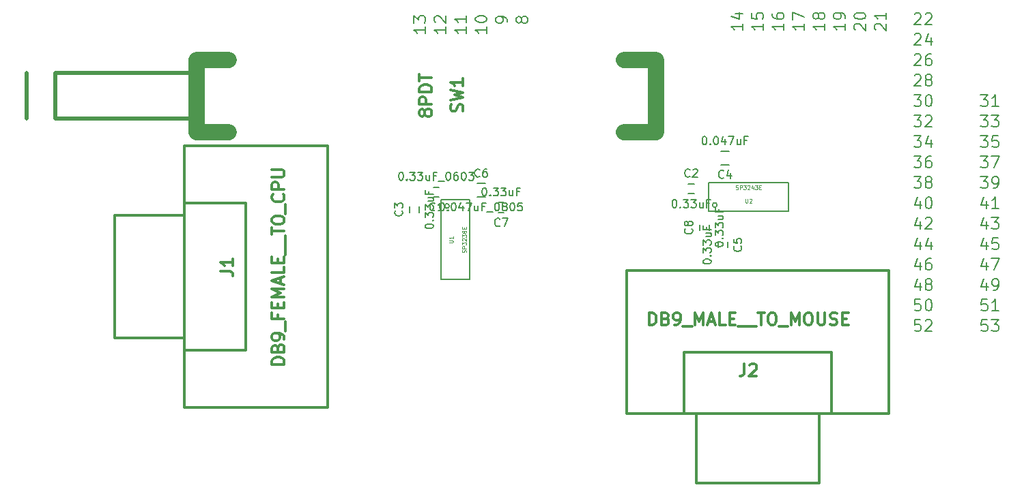
<source format=gto>
%FSLAX46Y46*%
G04 Gerber Fmt 4.6, Leading zero omitted, Abs format (unit mm)*
G04 Created by KiCad (PCBNEW (2014-10-27 BZR 5228)-product) date Fri 14 Nov 2014 06:43:38 PM PST*
%MOMM*%
G01*
G04 APERTURE LIST*
%ADD10C,0.100000*%
%ADD11C,0.170180*%
%ADD12C,0.150000*%
%ADD13C,0.304800*%
%ADD14C,0.127000*%
%ADD15C,0.500000*%
%ADD16C,1.998980*%
%ADD17C,0.099060*%
G04 APERTURE END LIST*
D10*
D11*
X132647267Y-84272967D02*
X132647267Y-85085767D01*
X132647267Y-84679367D02*
X131224867Y-84679367D01*
X131428067Y-84814833D01*
X131563533Y-84950300D01*
X131631267Y-85085767D01*
X132647267Y-82918300D02*
X132647267Y-83731100D01*
X132647267Y-83324700D02*
X131224867Y-83324700D01*
X131428067Y-83460166D01*
X131563533Y-83595633D01*
X131631267Y-83731100D01*
X139454467Y-83544833D02*
X139386733Y-83680300D01*
X139319000Y-83748033D01*
X139183533Y-83815767D01*
X139115800Y-83815767D01*
X138980333Y-83748033D01*
X138912600Y-83680300D01*
X138844867Y-83544833D01*
X138844867Y-83273900D01*
X138912600Y-83138433D01*
X138980333Y-83070700D01*
X139115800Y-83002967D01*
X139183533Y-83002967D01*
X139319000Y-83070700D01*
X139386733Y-83138433D01*
X139454467Y-83273900D01*
X139454467Y-83544833D01*
X139522200Y-83680300D01*
X139589933Y-83748033D01*
X139725400Y-83815767D01*
X139996333Y-83815767D01*
X140131800Y-83748033D01*
X140199533Y-83680300D01*
X140267267Y-83544833D01*
X140267267Y-83273900D01*
X140199533Y-83138433D01*
X140131800Y-83070700D01*
X139996333Y-83002967D01*
X139725400Y-83002967D01*
X139589933Y-83070700D01*
X139522200Y-83138433D01*
X139454467Y-83273900D01*
X137727267Y-83680300D02*
X137727267Y-83409367D01*
X137659533Y-83273900D01*
X137591800Y-83206167D01*
X137388600Y-83070700D01*
X137117667Y-83002967D01*
X136575800Y-83002967D01*
X136440333Y-83070700D01*
X136372600Y-83138433D01*
X136304867Y-83273900D01*
X136304867Y-83544833D01*
X136372600Y-83680300D01*
X136440333Y-83748033D01*
X136575800Y-83815767D01*
X136914467Y-83815767D01*
X137049933Y-83748033D01*
X137117667Y-83680300D01*
X137185400Y-83544833D01*
X137185400Y-83273900D01*
X137117667Y-83138433D01*
X137049933Y-83070700D01*
X136914467Y-83002967D01*
X135187267Y-84272967D02*
X135187267Y-85085767D01*
X135187267Y-84679367D02*
X133764867Y-84679367D01*
X133968067Y-84814833D01*
X134103533Y-84950300D01*
X134171267Y-85085767D01*
X133764867Y-83392433D02*
X133764867Y-83256966D01*
X133832600Y-83121500D01*
X133900333Y-83053766D01*
X134035800Y-82986033D01*
X134306733Y-82918300D01*
X134645400Y-82918300D01*
X134916333Y-82986033D01*
X135051800Y-83053766D01*
X135119533Y-83121500D01*
X135187267Y-83256966D01*
X135187267Y-83392433D01*
X135119533Y-83527900D01*
X135051800Y-83595633D01*
X134916333Y-83663366D01*
X134645400Y-83731100D01*
X134306733Y-83731100D01*
X134035800Y-83663366D01*
X133900333Y-83595633D01*
X133832600Y-83527900D01*
X133764867Y-83392433D01*
X130107267Y-84272967D02*
X130107267Y-85085767D01*
X130107267Y-84679367D02*
X128684867Y-84679367D01*
X128888067Y-84814833D01*
X129023533Y-84950300D01*
X129091267Y-85085767D01*
X128820333Y-83731100D02*
X128752600Y-83663366D01*
X128684867Y-83527900D01*
X128684867Y-83189233D01*
X128752600Y-83053766D01*
X128820333Y-82986033D01*
X128955800Y-82918300D01*
X129091267Y-82918300D01*
X129294467Y-82986033D01*
X130107267Y-83798833D01*
X130107267Y-82918300D01*
X127567267Y-84272967D02*
X127567267Y-85085767D01*
X127567267Y-84679367D02*
X126144867Y-84679367D01*
X126348067Y-84814833D01*
X126483533Y-84950300D01*
X126551267Y-85085767D01*
X126144867Y-83798833D02*
X126144867Y-82918300D01*
X126686733Y-83392433D01*
X126686733Y-83189233D01*
X126754467Y-83053766D01*
X126822200Y-82986033D01*
X126957667Y-82918300D01*
X127296333Y-82918300D01*
X127431800Y-82986033D01*
X127499533Y-83053766D01*
X127567267Y-83189233D01*
X127567267Y-83595633D01*
X127499533Y-83731100D01*
X127431800Y-83798833D01*
X166937267Y-83891967D02*
X166937267Y-84704767D01*
X166937267Y-84298367D02*
X165514867Y-84298367D01*
X165718067Y-84433833D01*
X165853533Y-84569300D01*
X165921267Y-84704767D01*
X165989000Y-82672766D02*
X166937267Y-82672766D01*
X165447133Y-83011433D02*
X166463133Y-83350100D01*
X166463133Y-82469566D01*
X169477267Y-83891967D02*
X169477267Y-84704767D01*
X169477267Y-84298367D02*
X168054867Y-84298367D01*
X168258067Y-84433833D01*
X168393533Y-84569300D01*
X168461267Y-84704767D01*
X168054867Y-82605033D02*
X168054867Y-83282366D01*
X168732200Y-83350100D01*
X168664467Y-83282366D01*
X168596733Y-83146900D01*
X168596733Y-82808233D01*
X168664467Y-82672766D01*
X168732200Y-82605033D01*
X168867667Y-82537300D01*
X169206333Y-82537300D01*
X169341800Y-82605033D01*
X169409533Y-82672766D01*
X169477267Y-82808233D01*
X169477267Y-83146900D01*
X169409533Y-83282366D01*
X169341800Y-83350100D01*
X172017267Y-83891967D02*
X172017267Y-84704767D01*
X172017267Y-84298367D02*
X170594867Y-84298367D01*
X170798067Y-84433833D01*
X170933533Y-84569300D01*
X171001267Y-84704767D01*
X170594867Y-82672766D02*
X170594867Y-82943700D01*
X170662600Y-83079166D01*
X170730333Y-83146900D01*
X170933533Y-83282366D01*
X171204467Y-83350100D01*
X171746333Y-83350100D01*
X171881800Y-83282366D01*
X171949533Y-83214633D01*
X172017267Y-83079166D01*
X172017267Y-82808233D01*
X171949533Y-82672766D01*
X171881800Y-82605033D01*
X171746333Y-82537300D01*
X171407667Y-82537300D01*
X171272200Y-82605033D01*
X171204467Y-82672766D01*
X171136733Y-82808233D01*
X171136733Y-83079166D01*
X171204467Y-83214633D01*
X171272200Y-83282366D01*
X171407667Y-83350100D01*
X174557267Y-83891967D02*
X174557267Y-84704767D01*
X174557267Y-84298367D02*
X173134867Y-84298367D01*
X173338067Y-84433833D01*
X173473533Y-84569300D01*
X173541267Y-84704767D01*
X173134867Y-83417833D02*
X173134867Y-82469566D01*
X174557267Y-83079166D01*
X177097267Y-83891967D02*
X177097267Y-84704767D01*
X177097267Y-84298367D02*
X175674867Y-84298367D01*
X175878067Y-84433833D01*
X176013533Y-84569300D01*
X176081267Y-84704767D01*
X176284467Y-83079166D02*
X176216733Y-83214633D01*
X176149000Y-83282366D01*
X176013533Y-83350100D01*
X175945800Y-83350100D01*
X175810333Y-83282366D01*
X175742600Y-83214633D01*
X175674867Y-83079166D01*
X175674867Y-82808233D01*
X175742600Y-82672766D01*
X175810333Y-82605033D01*
X175945800Y-82537300D01*
X176013533Y-82537300D01*
X176149000Y-82605033D01*
X176216733Y-82672766D01*
X176284467Y-82808233D01*
X176284467Y-83079166D01*
X176352200Y-83214633D01*
X176419933Y-83282366D01*
X176555400Y-83350100D01*
X176826333Y-83350100D01*
X176961800Y-83282366D01*
X177029533Y-83214633D01*
X177097267Y-83079166D01*
X177097267Y-82808233D01*
X177029533Y-82672766D01*
X176961800Y-82605033D01*
X176826333Y-82537300D01*
X176555400Y-82537300D01*
X176419933Y-82605033D01*
X176352200Y-82672766D01*
X176284467Y-82808233D01*
X179637267Y-83891967D02*
X179637267Y-84704767D01*
X179637267Y-84298367D02*
X178214867Y-84298367D01*
X178418067Y-84433833D01*
X178553533Y-84569300D01*
X178621267Y-84704767D01*
X179637267Y-83214633D02*
X179637267Y-82943700D01*
X179569533Y-82808233D01*
X179501800Y-82740500D01*
X179298600Y-82605033D01*
X179027667Y-82537300D01*
X178485800Y-82537300D01*
X178350333Y-82605033D01*
X178282600Y-82672766D01*
X178214867Y-82808233D01*
X178214867Y-83079166D01*
X178282600Y-83214633D01*
X178350333Y-83282366D01*
X178485800Y-83350100D01*
X178824467Y-83350100D01*
X178959933Y-83282366D01*
X179027667Y-83214633D01*
X179095400Y-83079166D01*
X179095400Y-82808233D01*
X179027667Y-82672766D01*
X178959933Y-82605033D01*
X178824467Y-82537300D01*
X180890333Y-84704767D02*
X180822600Y-84637033D01*
X180754867Y-84501567D01*
X180754867Y-84162900D01*
X180822600Y-84027433D01*
X180890333Y-83959700D01*
X181025800Y-83891967D01*
X181161267Y-83891967D01*
X181364467Y-83959700D01*
X182177267Y-84772500D01*
X182177267Y-83891967D01*
X180754867Y-83011433D02*
X180754867Y-82875966D01*
X180822600Y-82740500D01*
X180890333Y-82672766D01*
X181025800Y-82605033D01*
X181296733Y-82537300D01*
X181635400Y-82537300D01*
X181906333Y-82605033D01*
X182041800Y-82672766D01*
X182109533Y-82740500D01*
X182177267Y-82875966D01*
X182177267Y-83011433D01*
X182109533Y-83146900D01*
X182041800Y-83214633D01*
X181906333Y-83282366D01*
X181635400Y-83350100D01*
X181296733Y-83350100D01*
X181025800Y-83282366D01*
X180890333Y-83214633D01*
X180822600Y-83146900D01*
X180754867Y-83011433D01*
X183430333Y-84704767D02*
X183362600Y-84637033D01*
X183294867Y-84501567D01*
X183294867Y-84162900D01*
X183362600Y-84027433D01*
X183430333Y-83959700D01*
X183565800Y-83891967D01*
X183701267Y-83891967D01*
X183904467Y-83959700D01*
X184717267Y-84772500D01*
X184717267Y-83891967D01*
X184717267Y-82537300D02*
X184717267Y-83350100D01*
X184717267Y-82943700D02*
X183294867Y-82943700D01*
X183498067Y-83079166D01*
X183633533Y-83214633D01*
X183701267Y-83350100D01*
X188230933Y-82732033D02*
X188298667Y-82664300D01*
X188434133Y-82596567D01*
X188772800Y-82596567D01*
X188908267Y-82664300D01*
X188976000Y-82732033D01*
X189043733Y-82867500D01*
X189043733Y-83002967D01*
X188976000Y-83206167D01*
X188163200Y-84018967D01*
X189043733Y-84018967D01*
X189585600Y-82732033D02*
X189653334Y-82664300D01*
X189788800Y-82596567D01*
X190127467Y-82596567D01*
X190262934Y-82664300D01*
X190330667Y-82732033D01*
X190398400Y-82867500D01*
X190398400Y-83002967D01*
X190330667Y-83206167D01*
X189517867Y-84018967D01*
X190398400Y-84018967D01*
X188230933Y-85272033D02*
X188298667Y-85204300D01*
X188434133Y-85136567D01*
X188772800Y-85136567D01*
X188908267Y-85204300D01*
X188976000Y-85272033D01*
X189043733Y-85407500D01*
X189043733Y-85542967D01*
X188976000Y-85746167D01*
X188163200Y-86558967D01*
X189043733Y-86558967D01*
X190262934Y-85610700D02*
X190262934Y-86558967D01*
X189924267Y-85068833D02*
X189585600Y-86084833D01*
X190466134Y-86084833D01*
X188230933Y-87812033D02*
X188298667Y-87744300D01*
X188434133Y-87676567D01*
X188772800Y-87676567D01*
X188908267Y-87744300D01*
X188976000Y-87812033D01*
X189043733Y-87947500D01*
X189043733Y-88082967D01*
X188976000Y-88286167D01*
X188163200Y-89098967D01*
X189043733Y-89098967D01*
X190262934Y-87676567D02*
X189992000Y-87676567D01*
X189856534Y-87744300D01*
X189788800Y-87812033D01*
X189653334Y-88015233D01*
X189585600Y-88286167D01*
X189585600Y-88828033D01*
X189653334Y-88963500D01*
X189721067Y-89031233D01*
X189856534Y-89098967D01*
X190127467Y-89098967D01*
X190262934Y-89031233D01*
X190330667Y-88963500D01*
X190398400Y-88828033D01*
X190398400Y-88489367D01*
X190330667Y-88353900D01*
X190262934Y-88286167D01*
X190127467Y-88218433D01*
X189856534Y-88218433D01*
X189721067Y-88286167D01*
X189653334Y-88353900D01*
X189585600Y-88489367D01*
X188230933Y-90352033D02*
X188298667Y-90284300D01*
X188434133Y-90216567D01*
X188772800Y-90216567D01*
X188908267Y-90284300D01*
X188976000Y-90352033D01*
X189043733Y-90487500D01*
X189043733Y-90622967D01*
X188976000Y-90826167D01*
X188163200Y-91638967D01*
X189043733Y-91638967D01*
X189856534Y-90826167D02*
X189721067Y-90758433D01*
X189653334Y-90690700D01*
X189585600Y-90555233D01*
X189585600Y-90487500D01*
X189653334Y-90352033D01*
X189721067Y-90284300D01*
X189856534Y-90216567D01*
X190127467Y-90216567D01*
X190262934Y-90284300D01*
X190330667Y-90352033D01*
X190398400Y-90487500D01*
X190398400Y-90555233D01*
X190330667Y-90690700D01*
X190262934Y-90758433D01*
X190127467Y-90826167D01*
X189856534Y-90826167D01*
X189721067Y-90893900D01*
X189653334Y-90961633D01*
X189585600Y-91097100D01*
X189585600Y-91368033D01*
X189653334Y-91503500D01*
X189721067Y-91571233D01*
X189856534Y-91638967D01*
X190127467Y-91638967D01*
X190262934Y-91571233D01*
X190330667Y-91503500D01*
X190398400Y-91368033D01*
X190398400Y-91097100D01*
X190330667Y-90961633D01*
X190262934Y-90893900D01*
X190127467Y-90826167D01*
X188163200Y-92756567D02*
X189043733Y-92756567D01*
X188569600Y-93298433D01*
X188772800Y-93298433D01*
X188908267Y-93366167D01*
X188976000Y-93433900D01*
X189043733Y-93569367D01*
X189043733Y-93908033D01*
X188976000Y-94043500D01*
X188908267Y-94111233D01*
X188772800Y-94178967D01*
X188366400Y-94178967D01*
X188230933Y-94111233D01*
X188163200Y-94043500D01*
X189924267Y-92756567D02*
X190059734Y-92756567D01*
X190195200Y-92824300D01*
X190262934Y-92892033D01*
X190330667Y-93027500D01*
X190398400Y-93298433D01*
X190398400Y-93637100D01*
X190330667Y-93908033D01*
X190262934Y-94043500D01*
X190195200Y-94111233D01*
X190059734Y-94178967D01*
X189924267Y-94178967D01*
X189788800Y-94111233D01*
X189721067Y-94043500D01*
X189653334Y-93908033D01*
X189585600Y-93637100D01*
X189585600Y-93298433D01*
X189653334Y-93027500D01*
X189721067Y-92892033D01*
X189788800Y-92824300D01*
X189924267Y-92756567D01*
X196418200Y-92756567D02*
X197298733Y-92756567D01*
X196824600Y-93298433D01*
X197027800Y-93298433D01*
X197163267Y-93366167D01*
X197231000Y-93433900D01*
X197298733Y-93569367D01*
X197298733Y-93908033D01*
X197231000Y-94043500D01*
X197163267Y-94111233D01*
X197027800Y-94178967D01*
X196621400Y-94178967D01*
X196485933Y-94111233D01*
X196418200Y-94043500D01*
X198653400Y-94178967D02*
X197840600Y-94178967D01*
X198247000Y-94178967D02*
X198247000Y-92756567D01*
X198111534Y-92959767D01*
X197976067Y-93095233D01*
X197840600Y-93162967D01*
X188163200Y-95296567D02*
X189043733Y-95296567D01*
X188569600Y-95838433D01*
X188772800Y-95838433D01*
X188908267Y-95906167D01*
X188976000Y-95973900D01*
X189043733Y-96109367D01*
X189043733Y-96448033D01*
X188976000Y-96583500D01*
X188908267Y-96651233D01*
X188772800Y-96718967D01*
X188366400Y-96718967D01*
X188230933Y-96651233D01*
X188163200Y-96583500D01*
X189585600Y-95432033D02*
X189653334Y-95364300D01*
X189788800Y-95296567D01*
X190127467Y-95296567D01*
X190262934Y-95364300D01*
X190330667Y-95432033D01*
X190398400Y-95567500D01*
X190398400Y-95702967D01*
X190330667Y-95906167D01*
X189517867Y-96718967D01*
X190398400Y-96718967D01*
X196418200Y-95296567D02*
X197298733Y-95296567D01*
X196824600Y-95838433D01*
X197027800Y-95838433D01*
X197163267Y-95906167D01*
X197231000Y-95973900D01*
X197298733Y-96109367D01*
X197298733Y-96448033D01*
X197231000Y-96583500D01*
X197163267Y-96651233D01*
X197027800Y-96718967D01*
X196621400Y-96718967D01*
X196485933Y-96651233D01*
X196418200Y-96583500D01*
X197772867Y-95296567D02*
X198653400Y-95296567D01*
X198179267Y-95838433D01*
X198382467Y-95838433D01*
X198517934Y-95906167D01*
X198585667Y-95973900D01*
X198653400Y-96109367D01*
X198653400Y-96448033D01*
X198585667Y-96583500D01*
X198517934Y-96651233D01*
X198382467Y-96718967D01*
X197976067Y-96718967D01*
X197840600Y-96651233D01*
X197772867Y-96583500D01*
X188163200Y-97836567D02*
X189043733Y-97836567D01*
X188569600Y-98378433D01*
X188772800Y-98378433D01*
X188908267Y-98446167D01*
X188976000Y-98513900D01*
X189043733Y-98649367D01*
X189043733Y-98988033D01*
X188976000Y-99123500D01*
X188908267Y-99191233D01*
X188772800Y-99258967D01*
X188366400Y-99258967D01*
X188230933Y-99191233D01*
X188163200Y-99123500D01*
X190262934Y-98310700D02*
X190262934Y-99258967D01*
X189924267Y-97768833D02*
X189585600Y-98784833D01*
X190466134Y-98784833D01*
X196418200Y-97836567D02*
X197298733Y-97836567D01*
X196824600Y-98378433D01*
X197027800Y-98378433D01*
X197163267Y-98446167D01*
X197231000Y-98513900D01*
X197298733Y-98649367D01*
X197298733Y-98988033D01*
X197231000Y-99123500D01*
X197163267Y-99191233D01*
X197027800Y-99258967D01*
X196621400Y-99258967D01*
X196485933Y-99191233D01*
X196418200Y-99123500D01*
X198585667Y-97836567D02*
X197908334Y-97836567D01*
X197840600Y-98513900D01*
X197908334Y-98446167D01*
X198043800Y-98378433D01*
X198382467Y-98378433D01*
X198517934Y-98446167D01*
X198585667Y-98513900D01*
X198653400Y-98649367D01*
X198653400Y-98988033D01*
X198585667Y-99123500D01*
X198517934Y-99191233D01*
X198382467Y-99258967D01*
X198043800Y-99258967D01*
X197908334Y-99191233D01*
X197840600Y-99123500D01*
X188163200Y-100376567D02*
X189043733Y-100376567D01*
X188569600Y-100918433D01*
X188772800Y-100918433D01*
X188908267Y-100986167D01*
X188976000Y-101053900D01*
X189043733Y-101189367D01*
X189043733Y-101528033D01*
X188976000Y-101663500D01*
X188908267Y-101731233D01*
X188772800Y-101798967D01*
X188366400Y-101798967D01*
X188230933Y-101731233D01*
X188163200Y-101663500D01*
X190262934Y-100376567D02*
X189992000Y-100376567D01*
X189856534Y-100444300D01*
X189788800Y-100512033D01*
X189653334Y-100715233D01*
X189585600Y-100986167D01*
X189585600Y-101528033D01*
X189653334Y-101663500D01*
X189721067Y-101731233D01*
X189856534Y-101798967D01*
X190127467Y-101798967D01*
X190262934Y-101731233D01*
X190330667Y-101663500D01*
X190398400Y-101528033D01*
X190398400Y-101189367D01*
X190330667Y-101053900D01*
X190262934Y-100986167D01*
X190127467Y-100918433D01*
X189856534Y-100918433D01*
X189721067Y-100986167D01*
X189653334Y-101053900D01*
X189585600Y-101189367D01*
X196418200Y-100376567D02*
X197298733Y-100376567D01*
X196824600Y-100918433D01*
X197027800Y-100918433D01*
X197163267Y-100986167D01*
X197231000Y-101053900D01*
X197298733Y-101189367D01*
X197298733Y-101528033D01*
X197231000Y-101663500D01*
X197163267Y-101731233D01*
X197027800Y-101798967D01*
X196621400Y-101798967D01*
X196485933Y-101731233D01*
X196418200Y-101663500D01*
X197772867Y-100376567D02*
X198721134Y-100376567D01*
X198111534Y-101798967D01*
X188163200Y-102916567D02*
X189043733Y-102916567D01*
X188569600Y-103458433D01*
X188772800Y-103458433D01*
X188908267Y-103526167D01*
X188976000Y-103593900D01*
X189043733Y-103729367D01*
X189043733Y-104068033D01*
X188976000Y-104203500D01*
X188908267Y-104271233D01*
X188772800Y-104338967D01*
X188366400Y-104338967D01*
X188230933Y-104271233D01*
X188163200Y-104203500D01*
X189856534Y-103526167D02*
X189721067Y-103458433D01*
X189653334Y-103390700D01*
X189585600Y-103255233D01*
X189585600Y-103187500D01*
X189653334Y-103052033D01*
X189721067Y-102984300D01*
X189856534Y-102916567D01*
X190127467Y-102916567D01*
X190262934Y-102984300D01*
X190330667Y-103052033D01*
X190398400Y-103187500D01*
X190398400Y-103255233D01*
X190330667Y-103390700D01*
X190262934Y-103458433D01*
X190127467Y-103526167D01*
X189856534Y-103526167D01*
X189721067Y-103593900D01*
X189653334Y-103661633D01*
X189585600Y-103797100D01*
X189585600Y-104068033D01*
X189653334Y-104203500D01*
X189721067Y-104271233D01*
X189856534Y-104338967D01*
X190127467Y-104338967D01*
X190262934Y-104271233D01*
X190330667Y-104203500D01*
X190398400Y-104068033D01*
X190398400Y-103797100D01*
X190330667Y-103661633D01*
X190262934Y-103593900D01*
X190127467Y-103526167D01*
X196418200Y-102916567D02*
X197298733Y-102916567D01*
X196824600Y-103458433D01*
X197027800Y-103458433D01*
X197163267Y-103526167D01*
X197231000Y-103593900D01*
X197298733Y-103729367D01*
X197298733Y-104068033D01*
X197231000Y-104203500D01*
X197163267Y-104271233D01*
X197027800Y-104338967D01*
X196621400Y-104338967D01*
X196485933Y-104271233D01*
X196418200Y-104203500D01*
X197976067Y-104338967D02*
X198247000Y-104338967D01*
X198382467Y-104271233D01*
X198450200Y-104203500D01*
X198585667Y-104000300D01*
X198653400Y-103729367D01*
X198653400Y-103187500D01*
X198585667Y-103052033D01*
X198517934Y-102984300D01*
X198382467Y-102916567D01*
X198111534Y-102916567D01*
X197976067Y-102984300D01*
X197908334Y-103052033D01*
X197840600Y-103187500D01*
X197840600Y-103526167D01*
X197908334Y-103661633D01*
X197976067Y-103729367D01*
X198111534Y-103797100D01*
X198382467Y-103797100D01*
X198517934Y-103729367D01*
X198585667Y-103661633D01*
X198653400Y-103526167D01*
X197163267Y-105930700D02*
X197163267Y-106878967D01*
X196824600Y-105388833D02*
X196485933Y-106404833D01*
X197366467Y-106404833D01*
X198653400Y-106878967D02*
X197840600Y-106878967D01*
X198247000Y-106878967D02*
X198247000Y-105456567D01*
X198111534Y-105659767D01*
X197976067Y-105795233D01*
X197840600Y-105862967D01*
X188908267Y-105930700D02*
X188908267Y-106878967D01*
X188569600Y-105388833D02*
X188230933Y-106404833D01*
X189111467Y-106404833D01*
X189924267Y-105456567D02*
X190059734Y-105456567D01*
X190195200Y-105524300D01*
X190262934Y-105592033D01*
X190330667Y-105727500D01*
X190398400Y-105998433D01*
X190398400Y-106337100D01*
X190330667Y-106608033D01*
X190262934Y-106743500D01*
X190195200Y-106811233D01*
X190059734Y-106878967D01*
X189924267Y-106878967D01*
X189788800Y-106811233D01*
X189721067Y-106743500D01*
X189653334Y-106608033D01*
X189585600Y-106337100D01*
X189585600Y-105998433D01*
X189653334Y-105727500D01*
X189721067Y-105592033D01*
X189788800Y-105524300D01*
X189924267Y-105456567D01*
X197163267Y-108470700D02*
X197163267Y-109418967D01*
X196824600Y-107928833D02*
X196485933Y-108944833D01*
X197366467Y-108944833D01*
X197772867Y-107996567D02*
X198653400Y-107996567D01*
X198179267Y-108538433D01*
X198382467Y-108538433D01*
X198517934Y-108606167D01*
X198585667Y-108673900D01*
X198653400Y-108809367D01*
X198653400Y-109148033D01*
X198585667Y-109283500D01*
X198517934Y-109351233D01*
X198382467Y-109418967D01*
X197976067Y-109418967D01*
X197840600Y-109351233D01*
X197772867Y-109283500D01*
X188908267Y-108470700D02*
X188908267Y-109418967D01*
X188569600Y-107928833D02*
X188230933Y-108944833D01*
X189111467Y-108944833D01*
X189585600Y-108132033D02*
X189653334Y-108064300D01*
X189788800Y-107996567D01*
X190127467Y-107996567D01*
X190262934Y-108064300D01*
X190330667Y-108132033D01*
X190398400Y-108267500D01*
X190398400Y-108402967D01*
X190330667Y-108606167D01*
X189517867Y-109418967D01*
X190398400Y-109418967D01*
X197163267Y-111010700D02*
X197163267Y-111958967D01*
X196824600Y-110468833D02*
X196485933Y-111484833D01*
X197366467Y-111484833D01*
X198585667Y-110536567D02*
X197908334Y-110536567D01*
X197840600Y-111213900D01*
X197908334Y-111146167D01*
X198043800Y-111078433D01*
X198382467Y-111078433D01*
X198517934Y-111146167D01*
X198585667Y-111213900D01*
X198653400Y-111349367D01*
X198653400Y-111688033D01*
X198585667Y-111823500D01*
X198517934Y-111891233D01*
X198382467Y-111958967D01*
X198043800Y-111958967D01*
X197908334Y-111891233D01*
X197840600Y-111823500D01*
X197163267Y-113550700D02*
X197163267Y-114498967D01*
X196824600Y-113008833D02*
X196485933Y-114024833D01*
X197366467Y-114024833D01*
X197772867Y-113076567D02*
X198721134Y-113076567D01*
X198111534Y-114498967D01*
X197163267Y-116090700D02*
X197163267Y-117038967D01*
X196824600Y-115548833D02*
X196485933Y-116564833D01*
X197366467Y-116564833D01*
X197976067Y-117038967D02*
X198247000Y-117038967D01*
X198382467Y-116971233D01*
X198450200Y-116903500D01*
X198585667Y-116700300D01*
X198653400Y-116429367D01*
X198653400Y-115887500D01*
X198585667Y-115752033D01*
X198517934Y-115684300D01*
X198382467Y-115616567D01*
X198111534Y-115616567D01*
X197976067Y-115684300D01*
X197908334Y-115752033D01*
X197840600Y-115887500D01*
X197840600Y-116226167D01*
X197908334Y-116361633D01*
X197976067Y-116429367D01*
X198111534Y-116497100D01*
X198382467Y-116497100D01*
X198517934Y-116429367D01*
X198585667Y-116361633D01*
X198653400Y-116226167D01*
X197231000Y-118156567D02*
X196553667Y-118156567D01*
X196485933Y-118833900D01*
X196553667Y-118766167D01*
X196689133Y-118698433D01*
X197027800Y-118698433D01*
X197163267Y-118766167D01*
X197231000Y-118833900D01*
X197298733Y-118969367D01*
X197298733Y-119308033D01*
X197231000Y-119443500D01*
X197163267Y-119511233D01*
X197027800Y-119578967D01*
X196689133Y-119578967D01*
X196553667Y-119511233D01*
X196485933Y-119443500D01*
X198653400Y-119578967D02*
X197840600Y-119578967D01*
X198247000Y-119578967D02*
X198247000Y-118156567D01*
X198111534Y-118359767D01*
X197976067Y-118495233D01*
X197840600Y-118562967D01*
X188908267Y-111010700D02*
X188908267Y-111958967D01*
X188569600Y-110468833D02*
X188230933Y-111484833D01*
X189111467Y-111484833D01*
X190262934Y-111010700D02*
X190262934Y-111958967D01*
X189924267Y-110468833D02*
X189585600Y-111484833D01*
X190466134Y-111484833D01*
X188908267Y-113550700D02*
X188908267Y-114498967D01*
X188569600Y-113008833D02*
X188230933Y-114024833D01*
X189111467Y-114024833D01*
X190262934Y-113076567D02*
X189992000Y-113076567D01*
X189856534Y-113144300D01*
X189788800Y-113212033D01*
X189653334Y-113415233D01*
X189585600Y-113686167D01*
X189585600Y-114228033D01*
X189653334Y-114363500D01*
X189721067Y-114431233D01*
X189856534Y-114498967D01*
X190127467Y-114498967D01*
X190262934Y-114431233D01*
X190330667Y-114363500D01*
X190398400Y-114228033D01*
X190398400Y-113889367D01*
X190330667Y-113753900D01*
X190262934Y-113686167D01*
X190127467Y-113618433D01*
X189856534Y-113618433D01*
X189721067Y-113686167D01*
X189653334Y-113753900D01*
X189585600Y-113889367D01*
X188976000Y-118156567D02*
X188298667Y-118156567D01*
X188230933Y-118833900D01*
X188298667Y-118766167D01*
X188434133Y-118698433D01*
X188772800Y-118698433D01*
X188908267Y-118766167D01*
X188976000Y-118833900D01*
X189043733Y-118969367D01*
X189043733Y-119308033D01*
X188976000Y-119443500D01*
X188908267Y-119511233D01*
X188772800Y-119578967D01*
X188434133Y-119578967D01*
X188298667Y-119511233D01*
X188230933Y-119443500D01*
X189924267Y-118156567D02*
X190059734Y-118156567D01*
X190195200Y-118224300D01*
X190262934Y-118292033D01*
X190330667Y-118427500D01*
X190398400Y-118698433D01*
X190398400Y-119037100D01*
X190330667Y-119308033D01*
X190262934Y-119443500D01*
X190195200Y-119511233D01*
X190059734Y-119578967D01*
X189924267Y-119578967D01*
X189788800Y-119511233D01*
X189721067Y-119443500D01*
X189653334Y-119308033D01*
X189585600Y-119037100D01*
X189585600Y-118698433D01*
X189653334Y-118427500D01*
X189721067Y-118292033D01*
X189788800Y-118224300D01*
X189924267Y-118156567D01*
X188908267Y-116090700D02*
X188908267Y-117038967D01*
X188569600Y-115548833D02*
X188230933Y-116564833D01*
X189111467Y-116564833D01*
X189856534Y-116226167D02*
X189721067Y-116158433D01*
X189653334Y-116090700D01*
X189585600Y-115955233D01*
X189585600Y-115887500D01*
X189653334Y-115752033D01*
X189721067Y-115684300D01*
X189856534Y-115616567D01*
X190127467Y-115616567D01*
X190262934Y-115684300D01*
X190330667Y-115752033D01*
X190398400Y-115887500D01*
X190398400Y-115955233D01*
X190330667Y-116090700D01*
X190262934Y-116158433D01*
X190127467Y-116226167D01*
X189856534Y-116226167D01*
X189721067Y-116293900D01*
X189653334Y-116361633D01*
X189585600Y-116497100D01*
X189585600Y-116768033D01*
X189653334Y-116903500D01*
X189721067Y-116971233D01*
X189856534Y-117038967D01*
X190127467Y-117038967D01*
X190262934Y-116971233D01*
X190330667Y-116903500D01*
X190398400Y-116768033D01*
X190398400Y-116497100D01*
X190330667Y-116361633D01*
X190262934Y-116293900D01*
X190127467Y-116226167D01*
X197231000Y-120696567D02*
X196553667Y-120696567D01*
X196485933Y-121373900D01*
X196553667Y-121306167D01*
X196689133Y-121238433D01*
X197027800Y-121238433D01*
X197163267Y-121306167D01*
X197231000Y-121373900D01*
X197298733Y-121509367D01*
X197298733Y-121848033D01*
X197231000Y-121983500D01*
X197163267Y-122051233D01*
X197027800Y-122118967D01*
X196689133Y-122118967D01*
X196553667Y-122051233D01*
X196485933Y-121983500D01*
X197772867Y-120696567D02*
X198653400Y-120696567D01*
X198179267Y-121238433D01*
X198382467Y-121238433D01*
X198517934Y-121306167D01*
X198585667Y-121373900D01*
X198653400Y-121509367D01*
X198653400Y-121848033D01*
X198585667Y-121983500D01*
X198517934Y-122051233D01*
X198382467Y-122118967D01*
X197976067Y-122118967D01*
X197840600Y-122051233D01*
X197772867Y-121983500D01*
X188976000Y-120696567D02*
X188298667Y-120696567D01*
X188230933Y-121373900D01*
X188298667Y-121306167D01*
X188434133Y-121238433D01*
X188772800Y-121238433D01*
X188908267Y-121306167D01*
X188976000Y-121373900D01*
X189043733Y-121509367D01*
X189043733Y-121848033D01*
X188976000Y-121983500D01*
X188908267Y-122051233D01*
X188772800Y-122118967D01*
X188434133Y-122118967D01*
X188298667Y-122051233D01*
X188230933Y-121983500D01*
X189585600Y-120832033D02*
X189653334Y-120764300D01*
X189788800Y-120696567D01*
X190127467Y-120696567D01*
X190262934Y-120764300D01*
X190330667Y-120832033D01*
X190398400Y-120967500D01*
X190398400Y-121102967D01*
X190330667Y-121306167D01*
X189517867Y-122118967D01*
X190398400Y-122118967D01*
D12*
X129255000Y-105400000D02*
X128555000Y-105400000D01*
X128555000Y-104200000D02*
X129255000Y-104200000D01*
X160178000Y-103794000D02*
X160878000Y-103794000D01*
X160878000Y-104994000D02*
X160178000Y-104994000D01*
X125587000Y-107335000D02*
X125587000Y-106635000D01*
X126787000Y-106635000D02*
X126787000Y-107335000D01*
X164219000Y-101409000D02*
X165219000Y-101409000D01*
X165219000Y-99709000D02*
X164219000Y-99709000D01*
X165040000Y-111029000D02*
X165040000Y-111729000D01*
X163840000Y-111729000D02*
X163840000Y-111029000D01*
X134968000Y-103747000D02*
X133968000Y-103747000D01*
X133968000Y-105447000D02*
X134968000Y-105447000D01*
X137307000Y-107331000D02*
X136607000Y-107331000D01*
X136607000Y-106131000D02*
X137307000Y-106131000D01*
X161554000Y-109570000D02*
X161554000Y-108870000D01*
X162754000Y-108870000D02*
X162754000Y-109570000D01*
D13*
X115468000Y-131547000D02*
X115468000Y-99035000D01*
X115468000Y-99035000D02*
X97688000Y-99035000D01*
X97688000Y-99035000D02*
X97688000Y-131547000D01*
X97688000Y-131547000D02*
X115468000Y-131547000D01*
X97688000Y-124435000D02*
X105308000Y-124435000D01*
X105308000Y-124435000D02*
X105308000Y-106147000D01*
X105308000Y-106147000D02*
X97688000Y-106147000D01*
X97688000Y-122911000D02*
X89052000Y-122911000D01*
X89052000Y-122911000D02*
X89052000Y-107671000D01*
X89052000Y-107671000D02*
X97688000Y-107671000D01*
X185039000Y-114554000D02*
X152527000Y-114554000D01*
X152527000Y-114554000D02*
X152527000Y-132334000D01*
X152527000Y-132334000D02*
X185039000Y-132334000D01*
X185039000Y-132334000D02*
X185039000Y-114554000D01*
X177927000Y-132334000D02*
X177927000Y-124714000D01*
X177927000Y-124714000D02*
X159639000Y-124714000D01*
X159639000Y-124714000D02*
X159639000Y-132334000D01*
X176403000Y-132334000D02*
X176403000Y-140970000D01*
X176403000Y-140970000D02*
X161163000Y-140970000D01*
X161163000Y-140970000D02*
X161163000Y-132334000D01*
D14*
X133045000Y-105791000D02*
X129489000Y-105791000D01*
X133045000Y-115697000D02*
X129489000Y-115697000D01*
X133045000Y-115697000D02*
X133045000Y-105791000D01*
X129489000Y-105791000D02*
X129489000Y-115697000D01*
X130534981Y-106553000D02*
G75*
G03X130534981Y-106553000I-283981J0D01*
G01*
X162687000Y-103632000D02*
X162687000Y-107188000D01*
X172593000Y-103632000D02*
X172593000Y-107188000D01*
X172593000Y-103632000D02*
X162687000Y-103632000D01*
X162687000Y-107188000D02*
X172593000Y-107188000D01*
X163732981Y-106426000D02*
G75*
G03X163732981Y-106426000I-283981J0D01*
G01*
D15*
X78080000Y-95712400D02*
X78080000Y-90012400D01*
X81680000Y-90012400D02*
X81680000Y-95712400D01*
X99161200Y-95712400D02*
X81680000Y-95712400D01*
X99161200Y-90012400D02*
X81680000Y-90012400D01*
D16*
X99161200Y-97360740D02*
X99161200Y-88364060D01*
X99161200Y-88364060D02*
X103161700Y-88364060D01*
X152158300Y-88364060D02*
X156158800Y-88364060D01*
X156158800Y-97360740D02*
X156158800Y-88364060D01*
X99161200Y-97360740D02*
X103161700Y-97360740D01*
X152158300Y-97360740D02*
X156158800Y-97360740D01*
D12*
X128738334Y-107057143D02*
X128690715Y-107104762D01*
X128547858Y-107152381D01*
X128452620Y-107152381D01*
X128309762Y-107104762D01*
X128214524Y-107009524D01*
X128166905Y-106914286D01*
X128119286Y-106723810D01*
X128119286Y-106580952D01*
X128166905Y-106390476D01*
X128214524Y-106295238D01*
X128309762Y-106200000D01*
X128452620Y-106152381D01*
X128547858Y-106152381D01*
X128690715Y-106200000D01*
X128738334Y-106247619D01*
X129690715Y-107152381D02*
X129119286Y-107152381D01*
X129405000Y-107152381D02*
X129405000Y-106152381D01*
X129309762Y-106295238D01*
X129214524Y-106390476D01*
X129119286Y-106438095D01*
X124500238Y-102352381D02*
X124595477Y-102352381D01*
X124690715Y-102400000D01*
X124738334Y-102447619D01*
X124785953Y-102542857D01*
X124833572Y-102733333D01*
X124833572Y-102971429D01*
X124785953Y-103161905D01*
X124738334Y-103257143D01*
X124690715Y-103304762D01*
X124595477Y-103352381D01*
X124500238Y-103352381D01*
X124405000Y-103304762D01*
X124357381Y-103257143D01*
X124309762Y-103161905D01*
X124262143Y-102971429D01*
X124262143Y-102733333D01*
X124309762Y-102542857D01*
X124357381Y-102447619D01*
X124405000Y-102400000D01*
X124500238Y-102352381D01*
X125262143Y-103257143D02*
X125309762Y-103304762D01*
X125262143Y-103352381D01*
X125214524Y-103304762D01*
X125262143Y-103257143D01*
X125262143Y-103352381D01*
X125643095Y-102352381D02*
X126262143Y-102352381D01*
X125928809Y-102733333D01*
X126071667Y-102733333D01*
X126166905Y-102780952D01*
X126214524Y-102828571D01*
X126262143Y-102923810D01*
X126262143Y-103161905D01*
X126214524Y-103257143D01*
X126166905Y-103304762D01*
X126071667Y-103352381D01*
X125785952Y-103352381D01*
X125690714Y-103304762D01*
X125643095Y-103257143D01*
X126595476Y-102352381D02*
X127214524Y-102352381D01*
X126881190Y-102733333D01*
X127024048Y-102733333D01*
X127119286Y-102780952D01*
X127166905Y-102828571D01*
X127214524Y-102923810D01*
X127214524Y-103161905D01*
X127166905Y-103257143D01*
X127119286Y-103304762D01*
X127024048Y-103352381D01*
X126738333Y-103352381D01*
X126643095Y-103304762D01*
X126595476Y-103257143D01*
X128071667Y-102685714D02*
X128071667Y-103352381D01*
X127643095Y-102685714D02*
X127643095Y-103209524D01*
X127690714Y-103304762D01*
X127785952Y-103352381D01*
X127928810Y-103352381D01*
X128024048Y-103304762D01*
X128071667Y-103257143D01*
X128881191Y-102828571D02*
X128547857Y-102828571D01*
X128547857Y-103352381D02*
X128547857Y-102352381D01*
X129024048Y-102352381D01*
X129166905Y-103447619D02*
X129928810Y-103447619D01*
X130357381Y-102352381D02*
X130452620Y-102352381D01*
X130547858Y-102400000D01*
X130595477Y-102447619D01*
X130643096Y-102542857D01*
X130690715Y-102733333D01*
X130690715Y-102971429D01*
X130643096Y-103161905D01*
X130595477Y-103257143D01*
X130547858Y-103304762D01*
X130452620Y-103352381D01*
X130357381Y-103352381D01*
X130262143Y-103304762D01*
X130214524Y-103257143D01*
X130166905Y-103161905D01*
X130119286Y-102971429D01*
X130119286Y-102733333D01*
X130166905Y-102542857D01*
X130214524Y-102447619D01*
X130262143Y-102400000D01*
X130357381Y-102352381D01*
X131547858Y-102352381D02*
X131357381Y-102352381D01*
X131262143Y-102400000D01*
X131214524Y-102447619D01*
X131119286Y-102590476D01*
X131071667Y-102780952D01*
X131071667Y-103161905D01*
X131119286Y-103257143D01*
X131166905Y-103304762D01*
X131262143Y-103352381D01*
X131452620Y-103352381D01*
X131547858Y-103304762D01*
X131595477Y-103257143D01*
X131643096Y-103161905D01*
X131643096Y-102923810D01*
X131595477Y-102828571D01*
X131547858Y-102780952D01*
X131452620Y-102733333D01*
X131262143Y-102733333D01*
X131166905Y-102780952D01*
X131119286Y-102828571D01*
X131071667Y-102923810D01*
X132262143Y-102352381D02*
X132357382Y-102352381D01*
X132452620Y-102400000D01*
X132500239Y-102447619D01*
X132547858Y-102542857D01*
X132595477Y-102733333D01*
X132595477Y-102971429D01*
X132547858Y-103161905D01*
X132500239Y-103257143D01*
X132452620Y-103304762D01*
X132357382Y-103352381D01*
X132262143Y-103352381D01*
X132166905Y-103304762D01*
X132119286Y-103257143D01*
X132071667Y-103161905D01*
X132024048Y-102971429D01*
X132024048Y-102733333D01*
X132071667Y-102542857D01*
X132119286Y-102447619D01*
X132166905Y-102400000D01*
X132262143Y-102352381D01*
X132928810Y-102352381D02*
X133547858Y-102352381D01*
X133214524Y-102733333D01*
X133357382Y-102733333D01*
X133452620Y-102780952D01*
X133500239Y-102828571D01*
X133547858Y-102923810D01*
X133547858Y-103161905D01*
X133500239Y-103257143D01*
X133452620Y-103304762D01*
X133357382Y-103352381D01*
X133071667Y-103352381D01*
X132976429Y-103304762D01*
X132928810Y-103257143D01*
X160361334Y-102851143D02*
X160313715Y-102898762D01*
X160170858Y-102946381D01*
X160075620Y-102946381D01*
X159932762Y-102898762D01*
X159837524Y-102803524D01*
X159789905Y-102708286D01*
X159742286Y-102517810D01*
X159742286Y-102374952D01*
X159789905Y-102184476D01*
X159837524Y-102089238D01*
X159932762Y-101994000D01*
X160075620Y-101946381D01*
X160170858Y-101946381D01*
X160313715Y-101994000D01*
X160361334Y-102041619D01*
X160742286Y-102041619D02*
X160789905Y-101994000D01*
X160885143Y-101946381D01*
X161123239Y-101946381D01*
X161218477Y-101994000D01*
X161266096Y-102041619D01*
X161313715Y-102136857D01*
X161313715Y-102232095D01*
X161266096Y-102374952D01*
X160694667Y-102946381D01*
X161313715Y-102946381D01*
X158408952Y-105746381D02*
X158504191Y-105746381D01*
X158599429Y-105794000D01*
X158647048Y-105841619D01*
X158694667Y-105936857D01*
X158742286Y-106127333D01*
X158742286Y-106365429D01*
X158694667Y-106555905D01*
X158647048Y-106651143D01*
X158599429Y-106698762D01*
X158504191Y-106746381D01*
X158408952Y-106746381D01*
X158313714Y-106698762D01*
X158266095Y-106651143D01*
X158218476Y-106555905D01*
X158170857Y-106365429D01*
X158170857Y-106127333D01*
X158218476Y-105936857D01*
X158266095Y-105841619D01*
X158313714Y-105794000D01*
X158408952Y-105746381D01*
X159170857Y-106651143D02*
X159218476Y-106698762D01*
X159170857Y-106746381D01*
X159123238Y-106698762D01*
X159170857Y-106651143D01*
X159170857Y-106746381D01*
X159551809Y-105746381D02*
X160170857Y-105746381D01*
X159837523Y-106127333D01*
X159980381Y-106127333D01*
X160075619Y-106174952D01*
X160123238Y-106222571D01*
X160170857Y-106317810D01*
X160170857Y-106555905D01*
X160123238Y-106651143D01*
X160075619Y-106698762D01*
X159980381Y-106746381D01*
X159694666Y-106746381D01*
X159599428Y-106698762D01*
X159551809Y-106651143D01*
X160504190Y-105746381D02*
X161123238Y-105746381D01*
X160789904Y-106127333D01*
X160932762Y-106127333D01*
X161028000Y-106174952D01*
X161075619Y-106222571D01*
X161123238Y-106317810D01*
X161123238Y-106555905D01*
X161075619Y-106651143D01*
X161028000Y-106698762D01*
X160932762Y-106746381D01*
X160647047Y-106746381D01*
X160551809Y-106698762D01*
X160504190Y-106651143D01*
X161980381Y-106079714D02*
X161980381Y-106746381D01*
X161551809Y-106079714D02*
X161551809Y-106603524D01*
X161599428Y-106698762D01*
X161694666Y-106746381D01*
X161837524Y-106746381D01*
X161932762Y-106698762D01*
X161980381Y-106651143D01*
X162789905Y-106222571D02*
X162456571Y-106222571D01*
X162456571Y-106746381D02*
X162456571Y-105746381D01*
X162932762Y-105746381D01*
X124644143Y-107151666D02*
X124691762Y-107199285D01*
X124739381Y-107342142D01*
X124739381Y-107437380D01*
X124691762Y-107580238D01*
X124596524Y-107675476D01*
X124501286Y-107723095D01*
X124310810Y-107770714D01*
X124167952Y-107770714D01*
X123977476Y-107723095D01*
X123882238Y-107675476D01*
X123787000Y-107580238D01*
X123739381Y-107437380D01*
X123739381Y-107342142D01*
X123787000Y-107199285D01*
X123834619Y-107151666D01*
X123739381Y-106818333D02*
X123739381Y-106199285D01*
X124120333Y-106532619D01*
X124120333Y-106389761D01*
X124167952Y-106294523D01*
X124215571Y-106246904D01*
X124310810Y-106199285D01*
X124548905Y-106199285D01*
X124644143Y-106246904D01*
X124691762Y-106294523D01*
X124739381Y-106389761D01*
X124739381Y-106675476D01*
X124691762Y-106770714D01*
X124644143Y-106818333D01*
X127539381Y-109104048D02*
X127539381Y-109008809D01*
X127587000Y-108913571D01*
X127634619Y-108865952D01*
X127729857Y-108818333D01*
X127920333Y-108770714D01*
X128158429Y-108770714D01*
X128348905Y-108818333D01*
X128444143Y-108865952D01*
X128491762Y-108913571D01*
X128539381Y-109008809D01*
X128539381Y-109104048D01*
X128491762Y-109199286D01*
X128444143Y-109246905D01*
X128348905Y-109294524D01*
X128158429Y-109342143D01*
X127920333Y-109342143D01*
X127729857Y-109294524D01*
X127634619Y-109246905D01*
X127587000Y-109199286D01*
X127539381Y-109104048D01*
X128444143Y-108342143D02*
X128491762Y-108294524D01*
X128539381Y-108342143D01*
X128491762Y-108389762D01*
X128444143Y-108342143D01*
X128539381Y-108342143D01*
X127539381Y-107961191D02*
X127539381Y-107342143D01*
X127920333Y-107675477D01*
X127920333Y-107532619D01*
X127967952Y-107437381D01*
X128015571Y-107389762D01*
X128110810Y-107342143D01*
X128348905Y-107342143D01*
X128444143Y-107389762D01*
X128491762Y-107437381D01*
X128539381Y-107532619D01*
X128539381Y-107818334D01*
X128491762Y-107913572D01*
X128444143Y-107961191D01*
X127539381Y-107008810D02*
X127539381Y-106389762D01*
X127920333Y-106723096D01*
X127920333Y-106580238D01*
X127967952Y-106485000D01*
X128015571Y-106437381D01*
X128110810Y-106389762D01*
X128348905Y-106389762D01*
X128444143Y-106437381D01*
X128491762Y-106485000D01*
X128539381Y-106580238D01*
X128539381Y-106865953D01*
X128491762Y-106961191D01*
X128444143Y-107008810D01*
X127872714Y-105532619D02*
X128539381Y-105532619D01*
X127872714Y-105961191D02*
X128396524Y-105961191D01*
X128491762Y-105913572D01*
X128539381Y-105818334D01*
X128539381Y-105675476D01*
X128491762Y-105580238D01*
X128444143Y-105532619D01*
X128015571Y-104723095D02*
X128015571Y-105056429D01*
X128539381Y-105056429D02*
X127539381Y-105056429D01*
X127539381Y-104580238D01*
X164552334Y-103016143D02*
X164504715Y-103063762D01*
X164361858Y-103111381D01*
X164266620Y-103111381D01*
X164123762Y-103063762D01*
X164028524Y-102968524D01*
X163980905Y-102873286D01*
X163933286Y-102682810D01*
X163933286Y-102539952D01*
X163980905Y-102349476D01*
X164028524Y-102254238D01*
X164123762Y-102159000D01*
X164266620Y-102111381D01*
X164361858Y-102111381D01*
X164504715Y-102159000D01*
X164552334Y-102206619D01*
X165409477Y-102444714D02*
X165409477Y-103111381D01*
X165171381Y-102063762D02*
X164933286Y-102778048D01*
X165552334Y-102778048D01*
X162123762Y-97911381D02*
X162219001Y-97911381D01*
X162314239Y-97959000D01*
X162361858Y-98006619D01*
X162409477Y-98101857D01*
X162457096Y-98292333D01*
X162457096Y-98530429D01*
X162409477Y-98720905D01*
X162361858Y-98816143D01*
X162314239Y-98863762D01*
X162219001Y-98911381D01*
X162123762Y-98911381D01*
X162028524Y-98863762D01*
X161980905Y-98816143D01*
X161933286Y-98720905D01*
X161885667Y-98530429D01*
X161885667Y-98292333D01*
X161933286Y-98101857D01*
X161980905Y-98006619D01*
X162028524Y-97959000D01*
X162123762Y-97911381D01*
X162885667Y-98816143D02*
X162933286Y-98863762D01*
X162885667Y-98911381D01*
X162838048Y-98863762D01*
X162885667Y-98816143D01*
X162885667Y-98911381D01*
X163552333Y-97911381D02*
X163647572Y-97911381D01*
X163742810Y-97959000D01*
X163790429Y-98006619D01*
X163838048Y-98101857D01*
X163885667Y-98292333D01*
X163885667Y-98530429D01*
X163838048Y-98720905D01*
X163790429Y-98816143D01*
X163742810Y-98863762D01*
X163647572Y-98911381D01*
X163552333Y-98911381D01*
X163457095Y-98863762D01*
X163409476Y-98816143D01*
X163361857Y-98720905D01*
X163314238Y-98530429D01*
X163314238Y-98292333D01*
X163361857Y-98101857D01*
X163409476Y-98006619D01*
X163457095Y-97959000D01*
X163552333Y-97911381D01*
X164742810Y-98244714D02*
X164742810Y-98911381D01*
X164504714Y-97863762D02*
X164266619Y-98578048D01*
X164885667Y-98578048D01*
X165171381Y-97911381D02*
X165838048Y-97911381D01*
X165409476Y-98911381D01*
X166647572Y-98244714D02*
X166647572Y-98911381D01*
X166219000Y-98244714D02*
X166219000Y-98768524D01*
X166266619Y-98863762D01*
X166361857Y-98911381D01*
X166504715Y-98911381D01*
X166599953Y-98863762D01*
X166647572Y-98816143D01*
X167457096Y-98387571D02*
X167123762Y-98387571D01*
X167123762Y-98911381D02*
X167123762Y-97911381D01*
X167599953Y-97911381D01*
X166697143Y-111545666D02*
X166744762Y-111593285D01*
X166792381Y-111736142D01*
X166792381Y-111831380D01*
X166744762Y-111974238D01*
X166649524Y-112069476D01*
X166554286Y-112117095D01*
X166363810Y-112164714D01*
X166220952Y-112164714D01*
X166030476Y-112117095D01*
X165935238Y-112069476D01*
X165840000Y-111974238D01*
X165792381Y-111831380D01*
X165792381Y-111736142D01*
X165840000Y-111593285D01*
X165887619Y-111545666D01*
X165792381Y-110640904D02*
X165792381Y-111117095D01*
X166268571Y-111164714D01*
X166220952Y-111117095D01*
X166173333Y-111021857D01*
X166173333Y-110783761D01*
X166220952Y-110688523D01*
X166268571Y-110640904D01*
X166363810Y-110593285D01*
X166601905Y-110593285D01*
X166697143Y-110640904D01*
X166744762Y-110688523D01*
X166792381Y-110783761D01*
X166792381Y-111021857D01*
X166744762Y-111117095D01*
X166697143Y-111164714D01*
X161992381Y-113498048D02*
X161992381Y-113402809D01*
X162040000Y-113307571D01*
X162087619Y-113259952D01*
X162182857Y-113212333D01*
X162373333Y-113164714D01*
X162611429Y-113164714D01*
X162801905Y-113212333D01*
X162897143Y-113259952D01*
X162944762Y-113307571D01*
X162992381Y-113402809D01*
X162992381Y-113498048D01*
X162944762Y-113593286D01*
X162897143Y-113640905D01*
X162801905Y-113688524D01*
X162611429Y-113736143D01*
X162373333Y-113736143D01*
X162182857Y-113688524D01*
X162087619Y-113640905D01*
X162040000Y-113593286D01*
X161992381Y-113498048D01*
X162897143Y-112736143D02*
X162944762Y-112688524D01*
X162992381Y-112736143D01*
X162944762Y-112783762D01*
X162897143Y-112736143D01*
X162992381Y-112736143D01*
X161992381Y-112355191D02*
X161992381Y-111736143D01*
X162373333Y-112069477D01*
X162373333Y-111926619D01*
X162420952Y-111831381D01*
X162468571Y-111783762D01*
X162563810Y-111736143D01*
X162801905Y-111736143D01*
X162897143Y-111783762D01*
X162944762Y-111831381D01*
X162992381Y-111926619D01*
X162992381Y-112212334D01*
X162944762Y-112307572D01*
X162897143Y-112355191D01*
X161992381Y-111402810D02*
X161992381Y-110783762D01*
X162373333Y-111117096D01*
X162373333Y-110974238D01*
X162420952Y-110879000D01*
X162468571Y-110831381D01*
X162563810Y-110783762D01*
X162801905Y-110783762D01*
X162897143Y-110831381D01*
X162944762Y-110879000D01*
X162992381Y-110974238D01*
X162992381Y-111259953D01*
X162944762Y-111355191D01*
X162897143Y-111402810D01*
X162325714Y-109926619D02*
X162992381Y-109926619D01*
X162325714Y-110355191D02*
X162849524Y-110355191D01*
X162944762Y-110307572D01*
X162992381Y-110212334D01*
X162992381Y-110069476D01*
X162944762Y-109974238D01*
X162897143Y-109926619D01*
X162468571Y-109117095D02*
X162468571Y-109450429D01*
X162992381Y-109450429D02*
X161992381Y-109450429D01*
X161992381Y-108974238D01*
X134301334Y-102854143D02*
X134253715Y-102901762D01*
X134110858Y-102949381D01*
X134015620Y-102949381D01*
X133872762Y-102901762D01*
X133777524Y-102806524D01*
X133729905Y-102711286D01*
X133682286Y-102520810D01*
X133682286Y-102377952D01*
X133729905Y-102187476D01*
X133777524Y-102092238D01*
X133872762Y-101997000D01*
X134015620Y-101949381D01*
X134110858Y-101949381D01*
X134253715Y-101997000D01*
X134301334Y-102044619D01*
X135158477Y-101949381D02*
X134968000Y-101949381D01*
X134872762Y-101997000D01*
X134825143Y-102044619D01*
X134729905Y-102187476D01*
X134682286Y-102377952D01*
X134682286Y-102758905D01*
X134729905Y-102854143D01*
X134777524Y-102901762D01*
X134872762Y-102949381D01*
X135063239Y-102949381D01*
X135158477Y-102901762D01*
X135206096Y-102854143D01*
X135253715Y-102758905D01*
X135253715Y-102520810D01*
X135206096Y-102425571D01*
X135158477Y-102377952D01*
X135063239Y-102330333D01*
X134872762Y-102330333D01*
X134777524Y-102377952D01*
X134729905Y-102425571D01*
X134682286Y-102520810D01*
X129587047Y-106149381D02*
X129682286Y-106149381D01*
X129777524Y-106197000D01*
X129825143Y-106244619D01*
X129872762Y-106339857D01*
X129920381Y-106530333D01*
X129920381Y-106768429D01*
X129872762Y-106958905D01*
X129825143Y-107054143D01*
X129777524Y-107101762D01*
X129682286Y-107149381D01*
X129587047Y-107149381D01*
X129491809Y-107101762D01*
X129444190Y-107054143D01*
X129396571Y-106958905D01*
X129348952Y-106768429D01*
X129348952Y-106530333D01*
X129396571Y-106339857D01*
X129444190Y-106244619D01*
X129491809Y-106197000D01*
X129587047Y-106149381D01*
X130348952Y-107054143D02*
X130396571Y-107101762D01*
X130348952Y-107149381D01*
X130301333Y-107101762D01*
X130348952Y-107054143D01*
X130348952Y-107149381D01*
X131015618Y-106149381D02*
X131110857Y-106149381D01*
X131206095Y-106197000D01*
X131253714Y-106244619D01*
X131301333Y-106339857D01*
X131348952Y-106530333D01*
X131348952Y-106768429D01*
X131301333Y-106958905D01*
X131253714Y-107054143D01*
X131206095Y-107101762D01*
X131110857Y-107149381D01*
X131015618Y-107149381D01*
X130920380Y-107101762D01*
X130872761Y-107054143D01*
X130825142Y-106958905D01*
X130777523Y-106768429D01*
X130777523Y-106530333D01*
X130825142Y-106339857D01*
X130872761Y-106244619D01*
X130920380Y-106197000D01*
X131015618Y-106149381D01*
X132206095Y-106482714D02*
X132206095Y-107149381D01*
X131967999Y-106101762D02*
X131729904Y-106816048D01*
X132348952Y-106816048D01*
X132634666Y-106149381D02*
X133301333Y-106149381D01*
X132872761Y-107149381D01*
X134110857Y-106482714D02*
X134110857Y-107149381D01*
X133682285Y-106482714D02*
X133682285Y-107006524D01*
X133729904Y-107101762D01*
X133825142Y-107149381D01*
X133968000Y-107149381D01*
X134063238Y-107101762D01*
X134110857Y-107054143D01*
X134920381Y-106625571D02*
X134587047Y-106625571D01*
X134587047Y-107149381D02*
X134587047Y-106149381D01*
X135063238Y-106149381D01*
X135206095Y-107244619D02*
X135968000Y-107244619D01*
X136396571Y-106149381D02*
X136491810Y-106149381D01*
X136587048Y-106197000D01*
X136634667Y-106244619D01*
X136682286Y-106339857D01*
X136729905Y-106530333D01*
X136729905Y-106768429D01*
X136682286Y-106958905D01*
X136634667Y-107054143D01*
X136587048Y-107101762D01*
X136491810Y-107149381D01*
X136396571Y-107149381D01*
X136301333Y-107101762D01*
X136253714Y-107054143D01*
X136206095Y-106958905D01*
X136158476Y-106768429D01*
X136158476Y-106530333D01*
X136206095Y-106339857D01*
X136253714Y-106244619D01*
X136301333Y-106197000D01*
X136396571Y-106149381D01*
X137301333Y-106577952D02*
X137206095Y-106530333D01*
X137158476Y-106482714D01*
X137110857Y-106387476D01*
X137110857Y-106339857D01*
X137158476Y-106244619D01*
X137206095Y-106197000D01*
X137301333Y-106149381D01*
X137491810Y-106149381D01*
X137587048Y-106197000D01*
X137634667Y-106244619D01*
X137682286Y-106339857D01*
X137682286Y-106387476D01*
X137634667Y-106482714D01*
X137587048Y-106530333D01*
X137491810Y-106577952D01*
X137301333Y-106577952D01*
X137206095Y-106625571D01*
X137158476Y-106673190D01*
X137110857Y-106768429D01*
X137110857Y-106958905D01*
X137158476Y-107054143D01*
X137206095Y-107101762D01*
X137301333Y-107149381D01*
X137491810Y-107149381D01*
X137587048Y-107101762D01*
X137634667Y-107054143D01*
X137682286Y-106958905D01*
X137682286Y-106768429D01*
X137634667Y-106673190D01*
X137587048Y-106625571D01*
X137491810Y-106577952D01*
X138301333Y-106149381D02*
X138396572Y-106149381D01*
X138491810Y-106197000D01*
X138539429Y-106244619D01*
X138587048Y-106339857D01*
X138634667Y-106530333D01*
X138634667Y-106768429D01*
X138587048Y-106958905D01*
X138539429Y-107054143D01*
X138491810Y-107101762D01*
X138396572Y-107149381D01*
X138301333Y-107149381D01*
X138206095Y-107101762D01*
X138158476Y-107054143D01*
X138110857Y-106958905D01*
X138063238Y-106768429D01*
X138063238Y-106530333D01*
X138110857Y-106339857D01*
X138158476Y-106244619D01*
X138206095Y-106197000D01*
X138301333Y-106149381D01*
X139539429Y-106149381D02*
X139063238Y-106149381D01*
X139015619Y-106625571D01*
X139063238Y-106577952D01*
X139158476Y-106530333D01*
X139396572Y-106530333D01*
X139491810Y-106577952D01*
X139539429Y-106625571D01*
X139587048Y-106720810D01*
X139587048Y-106958905D01*
X139539429Y-107054143D01*
X139491810Y-107101762D01*
X139396572Y-107149381D01*
X139158476Y-107149381D01*
X139063238Y-107101762D01*
X139015619Y-107054143D01*
X136790334Y-108988143D02*
X136742715Y-109035762D01*
X136599858Y-109083381D01*
X136504620Y-109083381D01*
X136361762Y-109035762D01*
X136266524Y-108940524D01*
X136218905Y-108845286D01*
X136171286Y-108654810D01*
X136171286Y-108511952D01*
X136218905Y-108321476D01*
X136266524Y-108226238D01*
X136361762Y-108131000D01*
X136504620Y-108083381D01*
X136599858Y-108083381D01*
X136742715Y-108131000D01*
X136790334Y-108178619D01*
X137123667Y-108083381D02*
X137790334Y-108083381D01*
X137361762Y-109083381D01*
X134837952Y-104283381D02*
X134933191Y-104283381D01*
X135028429Y-104331000D01*
X135076048Y-104378619D01*
X135123667Y-104473857D01*
X135171286Y-104664333D01*
X135171286Y-104902429D01*
X135123667Y-105092905D01*
X135076048Y-105188143D01*
X135028429Y-105235762D01*
X134933191Y-105283381D01*
X134837952Y-105283381D01*
X134742714Y-105235762D01*
X134695095Y-105188143D01*
X134647476Y-105092905D01*
X134599857Y-104902429D01*
X134599857Y-104664333D01*
X134647476Y-104473857D01*
X134695095Y-104378619D01*
X134742714Y-104331000D01*
X134837952Y-104283381D01*
X135599857Y-105188143D02*
X135647476Y-105235762D01*
X135599857Y-105283381D01*
X135552238Y-105235762D01*
X135599857Y-105188143D01*
X135599857Y-105283381D01*
X135980809Y-104283381D02*
X136599857Y-104283381D01*
X136266523Y-104664333D01*
X136409381Y-104664333D01*
X136504619Y-104711952D01*
X136552238Y-104759571D01*
X136599857Y-104854810D01*
X136599857Y-105092905D01*
X136552238Y-105188143D01*
X136504619Y-105235762D01*
X136409381Y-105283381D01*
X136123666Y-105283381D01*
X136028428Y-105235762D01*
X135980809Y-105188143D01*
X136933190Y-104283381D02*
X137552238Y-104283381D01*
X137218904Y-104664333D01*
X137361762Y-104664333D01*
X137457000Y-104711952D01*
X137504619Y-104759571D01*
X137552238Y-104854810D01*
X137552238Y-105092905D01*
X137504619Y-105188143D01*
X137457000Y-105235762D01*
X137361762Y-105283381D01*
X137076047Y-105283381D01*
X136980809Y-105235762D01*
X136933190Y-105188143D01*
X138409381Y-104616714D02*
X138409381Y-105283381D01*
X137980809Y-104616714D02*
X137980809Y-105140524D01*
X138028428Y-105235762D01*
X138123666Y-105283381D01*
X138266524Y-105283381D01*
X138361762Y-105235762D01*
X138409381Y-105188143D01*
X139218905Y-104759571D02*
X138885571Y-104759571D01*
X138885571Y-105283381D02*
X138885571Y-104283381D01*
X139361762Y-104283381D01*
X160611143Y-109386666D02*
X160658762Y-109434285D01*
X160706381Y-109577142D01*
X160706381Y-109672380D01*
X160658762Y-109815238D01*
X160563524Y-109910476D01*
X160468286Y-109958095D01*
X160277810Y-110005714D01*
X160134952Y-110005714D01*
X159944476Y-109958095D01*
X159849238Y-109910476D01*
X159754000Y-109815238D01*
X159706381Y-109672380D01*
X159706381Y-109577142D01*
X159754000Y-109434285D01*
X159801619Y-109386666D01*
X160134952Y-108815238D02*
X160087333Y-108910476D01*
X160039714Y-108958095D01*
X159944476Y-109005714D01*
X159896857Y-109005714D01*
X159801619Y-108958095D01*
X159754000Y-108910476D01*
X159706381Y-108815238D01*
X159706381Y-108624761D01*
X159754000Y-108529523D01*
X159801619Y-108481904D01*
X159896857Y-108434285D01*
X159944476Y-108434285D01*
X160039714Y-108481904D01*
X160087333Y-108529523D01*
X160134952Y-108624761D01*
X160134952Y-108815238D01*
X160182571Y-108910476D01*
X160230190Y-108958095D01*
X160325429Y-109005714D01*
X160515905Y-109005714D01*
X160611143Y-108958095D01*
X160658762Y-108910476D01*
X160706381Y-108815238D01*
X160706381Y-108624761D01*
X160658762Y-108529523D01*
X160611143Y-108481904D01*
X160515905Y-108434285D01*
X160325429Y-108434285D01*
X160230190Y-108481904D01*
X160182571Y-108529523D01*
X160134952Y-108624761D01*
X163506381Y-111339048D02*
X163506381Y-111243809D01*
X163554000Y-111148571D01*
X163601619Y-111100952D01*
X163696857Y-111053333D01*
X163887333Y-111005714D01*
X164125429Y-111005714D01*
X164315905Y-111053333D01*
X164411143Y-111100952D01*
X164458762Y-111148571D01*
X164506381Y-111243809D01*
X164506381Y-111339048D01*
X164458762Y-111434286D01*
X164411143Y-111481905D01*
X164315905Y-111529524D01*
X164125429Y-111577143D01*
X163887333Y-111577143D01*
X163696857Y-111529524D01*
X163601619Y-111481905D01*
X163554000Y-111434286D01*
X163506381Y-111339048D01*
X164411143Y-110577143D02*
X164458762Y-110529524D01*
X164506381Y-110577143D01*
X164458762Y-110624762D01*
X164411143Y-110577143D01*
X164506381Y-110577143D01*
X163506381Y-110196191D02*
X163506381Y-109577143D01*
X163887333Y-109910477D01*
X163887333Y-109767619D01*
X163934952Y-109672381D01*
X163982571Y-109624762D01*
X164077810Y-109577143D01*
X164315905Y-109577143D01*
X164411143Y-109624762D01*
X164458762Y-109672381D01*
X164506381Y-109767619D01*
X164506381Y-110053334D01*
X164458762Y-110148572D01*
X164411143Y-110196191D01*
X163506381Y-109243810D02*
X163506381Y-108624762D01*
X163887333Y-108958096D01*
X163887333Y-108815238D01*
X163934952Y-108720000D01*
X163982571Y-108672381D01*
X164077810Y-108624762D01*
X164315905Y-108624762D01*
X164411143Y-108672381D01*
X164458762Y-108720000D01*
X164506381Y-108815238D01*
X164506381Y-109100953D01*
X164458762Y-109196191D01*
X164411143Y-109243810D01*
X163839714Y-107767619D02*
X164506381Y-107767619D01*
X163839714Y-108196191D02*
X164363524Y-108196191D01*
X164458762Y-108148572D01*
X164506381Y-108053334D01*
X164506381Y-107910476D01*
X164458762Y-107815238D01*
X164411143Y-107767619D01*
X163982571Y-106958095D02*
X163982571Y-107291429D01*
X164506381Y-107291429D02*
X163506381Y-107291429D01*
X163506381Y-106815238D01*
D13*
X102187429Y-114656000D02*
X103276000Y-114656000D01*
X103493714Y-114728572D01*
X103638857Y-114873715D01*
X103711429Y-115091429D01*
X103711429Y-115236572D01*
X103711429Y-113132000D02*
X103711429Y-114002857D01*
X103711429Y-113567429D02*
X102187429Y-113567429D01*
X102405143Y-113712572D01*
X102550286Y-113857714D01*
X102622857Y-114002857D01*
X110061429Y-126231143D02*
X108537429Y-126231143D01*
X108537429Y-125868286D01*
X108610000Y-125650571D01*
X108755143Y-125505429D01*
X108900286Y-125432857D01*
X109190571Y-125360286D01*
X109408286Y-125360286D01*
X109698571Y-125432857D01*
X109843714Y-125505429D01*
X109988857Y-125650571D01*
X110061429Y-125868286D01*
X110061429Y-126231143D01*
X109263143Y-124199143D02*
X109335714Y-123981429D01*
X109408286Y-123908857D01*
X109553429Y-123836286D01*
X109771143Y-123836286D01*
X109916286Y-123908857D01*
X109988857Y-123981429D01*
X110061429Y-124126571D01*
X110061429Y-124707143D01*
X108537429Y-124707143D01*
X108537429Y-124199143D01*
X108610000Y-124054000D01*
X108682571Y-123981429D01*
X108827714Y-123908857D01*
X108972857Y-123908857D01*
X109118000Y-123981429D01*
X109190571Y-124054000D01*
X109263143Y-124199143D01*
X109263143Y-124707143D01*
X110061429Y-123110571D02*
X110061429Y-122820286D01*
X109988857Y-122675143D01*
X109916286Y-122602571D01*
X109698571Y-122457429D01*
X109408286Y-122384857D01*
X108827714Y-122384857D01*
X108682571Y-122457429D01*
X108610000Y-122530000D01*
X108537429Y-122675143D01*
X108537429Y-122965429D01*
X108610000Y-123110571D01*
X108682571Y-123183143D01*
X108827714Y-123255714D01*
X109190571Y-123255714D01*
X109335714Y-123183143D01*
X109408286Y-123110571D01*
X109480857Y-122965429D01*
X109480857Y-122675143D01*
X109408286Y-122530000D01*
X109335714Y-122457429D01*
X109190571Y-122384857D01*
X110206571Y-122094571D02*
X110206571Y-120933428D01*
X109263143Y-120062571D02*
X109263143Y-120570571D01*
X110061429Y-120570571D02*
X108537429Y-120570571D01*
X108537429Y-119844857D01*
X109263143Y-119264285D02*
X109263143Y-118756285D01*
X110061429Y-118538571D02*
X110061429Y-119264285D01*
X108537429Y-119264285D01*
X108537429Y-118538571D01*
X110061429Y-117885428D02*
X108537429Y-117885428D01*
X109626000Y-117377428D01*
X108537429Y-116869428D01*
X110061429Y-116869428D01*
X109626000Y-116216285D02*
X109626000Y-115490571D01*
X110061429Y-116361428D02*
X108537429Y-115853428D01*
X110061429Y-115345428D01*
X110061429Y-114111714D02*
X110061429Y-114837428D01*
X108537429Y-114837428D01*
X109263143Y-113603714D02*
X109263143Y-113095714D01*
X110061429Y-112878000D02*
X110061429Y-113603714D01*
X108537429Y-113603714D01*
X108537429Y-112878000D01*
X110206571Y-112587714D02*
X110206571Y-111426571D01*
X110206571Y-111426571D02*
X110206571Y-110265428D01*
X108537429Y-110120285D02*
X108537429Y-109249428D01*
X110061429Y-109684857D02*
X108537429Y-109684857D01*
X108537429Y-108451142D02*
X108537429Y-108160856D01*
X108610000Y-108015714D01*
X108755143Y-107870571D01*
X109045429Y-107797999D01*
X109553429Y-107797999D01*
X109843714Y-107870571D01*
X109988857Y-108015714D01*
X110061429Y-108160856D01*
X110061429Y-108451142D01*
X109988857Y-108596285D01*
X109843714Y-108741428D01*
X109553429Y-108813999D01*
X109045429Y-108813999D01*
X108755143Y-108741428D01*
X108610000Y-108596285D01*
X108537429Y-108451142D01*
X110206571Y-107507714D02*
X110206571Y-106346571D01*
X109916286Y-105112857D02*
X109988857Y-105185428D01*
X110061429Y-105403142D01*
X110061429Y-105548285D01*
X109988857Y-105766000D01*
X109843714Y-105911142D01*
X109698571Y-105983714D01*
X109408286Y-106056285D01*
X109190571Y-106056285D01*
X108900286Y-105983714D01*
X108755143Y-105911142D01*
X108610000Y-105766000D01*
X108537429Y-105548285D01*
X108537429Y-105403142D01*
X108610000Y-105185428D01*
X108682571Y-105112857D01*
X110061429Y-104459714D02*
X108537429Y-104459714D01*
X108537429Y-103879142D01*
X108610000Y-103734000D01*
X108682571Y-103661428D01*
X108827714Y-103588857D01*
X109045429Y-103588857D01*
X109190571Y-103661428D01*
X109263143Y-103734000D01*
X109335714Y-103879142D01*
X109335714Y-104459714D01*
X108537429Y-102935714D02*
X109771143Y-102935714D01*
X109916286Y-102863142D01*
X109988857Y-102790571D01*
X110061429Y-102645428D01*
X110061429Y-102355142D01*
X109988857Y-102210000D01*
X109916286Y-102137428D01*
X109771143Y-102064857D01*
X108537429Y-102064857D01*
X167132000Y-126165429D02*
X167132000Y-127254000D01*
X167059428Y-127471714D01*
X166914285Y-127616857D01*
X166696571Y-127689429D01*
X166551428Y-127689429D01*
X167785143Y-126310571D02*
X167857714Y-126238000D01*
X168002857Y-126165429D01*
X168365714Y-126165429D01*
X168510857Y-126238000D01*
X168583428Y-126310571D01*
X168656000Y-126455714D01*
X168656000Y-126600857D01*
X168583428Y-126818571D01*
X167712571Y-127689429D01*
X168656000Y-127689429D01*
X155339143Y-121339429D02*
X155339143Y-119815429D01*
X155702000Y-119815429D01*
X155919715Y-119888000D01*
X156064857Y-120033143D01*
X156137429Y-120178286D01*
X156210000Y-120468571D01*
X156210000Y-120686286D01*
X156137429Y-120976571D01*
X156064857Y-121121714D01*
X155919715Y-121266857D01*
X155702000Y-121339429D01*
X155339143Y-121339429D01*
X157371143Y-120541143D02*
X157588857Y-120613714D01*
X157661429Y-120686286D01*
X157734000Y-120831429D01*
X157734000Y-121049143D01*
X157661429Y-121194286D01*
X157588857Y-121266857D01*
X157443715Y-121339429D01*
X156863143Y-121339429D01*
X156863143Y-119815429D01*
X157371143Y-119815429D01*
X157516286Y-119888000D01*
X157588857Y-119960571D01*
X157661429Y-120105714D01*
X157661429Y-120250857D01*
X157588857Y-120396000D01*
X157516286Y-120468571D01*
X157371143Y-120541143D01*
X156863143Y-120541143D01*
X158459715Y-121339429D02*
X158750000Y-121339429D01*
X158895143Y-121266857D01*
X158967715Y-121194286D01*
X159112857Y-120976571D01*
X159185429Y-120686286D01*
X159185429Y-120105714D01*
X159112857Y-119960571D01*
X159040286Y-119888000D01*
X158895143Y-119815429D01*
X158604857Y-119815429D01*
X158459715Y-119888000D01*
X158387143Y-119960571D01*
X158314572Y-120105714D01*
X158314572Y-120468571D01*
X158387143Y-120613714D01*
X158459715Y-120686286D01*
X158604857Y-120758857D01*
X158895143Y-120758857D01*
X159040286Y-120686286D01*
X159112857Y-120613714D01*
X159185429Y-120468571D01*
X159475715Y-121484571D02*
X160636858Y-121484571D01*
X160999715Y-121339429D02*
X160999715Y-119815429D01*
X161507715Y-120904000D01*
X162015715Y-119815429D01*
X162015715Y-121339429D01*
X162668858Y-120904000D02*
X163394572Y-120904000D01*
X162523715Y-121339429D02*
X163031715Y-119815429D01*
X163539715Y-121339429D01*
X164773429Y-121339429D02*
X164047715Y-121339429D01*
X164047715Y-119815429D01*
X165281429Y-120541143D02*
X165789429Y-120541143D01*
X166007143Y-121339429D02*
X165281429Y-121339429D01*
X165281429Y-119815429D01*
X166007143Y-119815429D01*
X166297429Y-121484571D02*
X167458572Y-121484571D01*
X167458572Y-121484571D02*
X168619715Y-121484571D01*
X168764858Y-119815429D02*
X169635715Y-119815429D01*
X169200286Y-121339429D02*
X169200286Y-119815429D01*
X170434001Y-119815429D02*
X170724287Y-119815429D01*
X170869429Y-119888000D01*
X171014572Y-120033143D01*
X171087144Y-120323429D01*
X171087144Y-120831429D01*
X171014572Y-121121714D01*
X170869429Y-121266857D01*
X170724287Y-121339429D01*
X170434001Y-121339429D01*
X170288858Y-121266857D01*
X170143715Y-121121714D01*
X170071144Y-120831429D01*
X170071144Y-120323429D01*
X170143715Y-120033143D01*
X170288858Y-119888000D01*
X170434001Y-119815429D01*
X171377429Y-121484571D02*
X172538572Y-121484571D01*
X172901429Y-121339429D02*
X172901429Y-119815429D01*
X173409429Y-120904000D01*
X173917429Y-119815429D01*
X173917429Y-121339429D01*
X174933429Y-119815429D02*
X175223715Y-119815429D01*
X175368857Y-119888000D01*
X175514000Y-120033143D01*
X175586572Y-120323429D01*
X175586572Y-120831429D01*
X175514000Y-121121714D01*
X175368857Y-121266857D01*
X175223715Y-121339429D01*
X174933429Y-121339429D01*
X174788286Y-121266857D01*
X174643143Y-121121714D01*
X174570572Y-120831429D01*
X174570572Y-120323429D01*
X174643143Y-120033143D01*
X174788286Y-119888000D01*
X174933429Y-119815429D01*
X176239714Y-119815429D02*
X176239714Y-121049143D01*
X176312286Y-121194286D01*
X176384857Y-121266857D01*
X176530000Y-121339429D01*
X176820286Y-121339429D01*
X176965428Y-121266857D01*
X177038000Y-121194286D01*
X177110571Y-121049143D01*
X177110571Y-119815429D01*
X177763714Y-121266857D02*
X177981428Y-121339429D01*
X178344285Y-121339429D01*
X178489428Y-121266857D01*
X178561999Y-121194286D01*
X178634571Y-121049143D01*
X178634571Y-120904000D01*
X178561999Y-120758857D01*
X178489428Y-120686286D01*
X178344285Y-120613714D01*
X178053999Y-120541143D01*
X177908857Y-120468571D01*
X177836285Y-120396000D01*
X177763714Y-120250857D01*
X177763714Y-120105714D01*
X177836285Y-119960571D01*
X177908857Y-119888000D01*
X178053999Y-119815429D01*
X178416857Y-119815429D01*
X178634571Y-119888000D01*
X179287714Y-120541143D02*
X179795714Y-120541143D01*
X180013428Y-121339429D02*
X179287714Y-121339429D01*
X179287714Y-119815429D01*
X180013428Y-119815429D01*
D17*
X130484982Y-111125242D02*
X130890052Y-111125242D01*
X130937707Y-111101414D01*
X130961535Y-111077587D01*
X130985362Y-111029931D01*
X130985362Y-110934621D01*
X130961535Y-110886966D01*
X130937707Y-110863138D01*
X130890052Y-110839310D01*
X130484982Y-110839310D01*
X130985362Y-110338930D02*
X130985362Y-110624862D01*
X130985362Y-110481896D02*
X130484982Y-110481896D01*
X130556465Y-110529551D01*
X130604120Y-110577206D01*
X130627948Y-110624862D01*
X132612535Y-112316622D02*
X132636362Y-112245139D01*
X132636362Y-112126001D01*
X132612535Y-112078345D01*
X132588707Y-112054518D01*
X132541052Y-112030690D01*
X132493397Y-112030690D01*
X132445741Y-112054518D01*
X132421914Y-112078345D01*
X132398086Y-112126001D01*
X132374259Y-112221311D01*
X132350431Y-112268966D01*
X132326603Y-112292794D01*
X132278948Y-112316622D01*
X132231293Y-112316622D01*
X132183638Y-112292794D01*
X132159810Y-112268966D01*
X132135982Y-112221311D01*
X132135982Y-112102173D01*
X132159810Y-112030690D01*
X132636362Y-111816242D02*
X132135982Y-111816242D01*
X132135982Y-111625621D01*
X132159810Y-111577966D01*
X132183638Y-111554138D01*
X132231293Y-111530310D01*
X132302776Y-111530310D01*
X132350431Y-111554138D01*
X132374259Y-111577966D01*
X132398086Y-111625621D01*
X132398086Y-111816242D01*
X132135982Y-111363517D02*
X132135982Y-111053758D01*
X132326603Y-111220551D01*
X132326603Y-111149069D01*
X132350431Y-111101413D01*
X132374259Y-111077586D01*
X132421914Y-111053758D01*
X132541052Y-111053758D01*
X132588707Y-111077586D01*
X132612535Y-111101413D01*
X132636362Y-111149069D01*
X132636362Y-111292034D01*
X132612535Y-111339690D01*
X132588707Y-111363517D01*
X132183638Y-110863138D02*
X132159810Y-110839310D01*
X132135982Y-110791655D01*
X132135982Y-110672517D01*
X132159810Y-110624861D01*
X132183638Y-110601034D01*
X132231293Y-110577206D01*
X132278948Y-110577206D01*
X132350431Y-110601034D01*
X132636362Y-110886965D01*
X132636362Y-110577206D01*
X132135982Y-110410413D02*
X132135982Y-110100654D01*
X132326603Y-110267447D01*
X132326603Y-110195965D01*
X132350431Y-110148309D01*
X132374259Y-110124482D01*
X132421914Y-110100654D01*
X132541052Y-110100654D01*
X132588707Y-110124482D01*
X132612535Y-110148309D01*
X132636362Y-110195965D01*
X132636362Y-110338930D01*
X132612535Y-110386586D01*
X132588707Y-110410413D01*
X132350431Y-109814723D02*
X132326603Y-109862378D01*
X132302776Y-109886206D01*
X132255120Y-109910034D01*
X132231293Y-109910034D01*
X132183638Y-109886206D01*
X132159810Y-109862378D01*
X132135982Y-109814723D01*
X132135982Y-109719413D01*
X132159810Y-109671757D01*
X132183638Y-109647930D01*
X132231293Y-109624102D01*
X132255120Y-109624102D01*
X132302776Y-109647930D01*
X132326603Y-109671757D01*
X132350431Y-109719413D01*
X132350431Y-109814723D01*
X132374259Y-109862378D01*
X132398086Y-109886206D01*
X132445741Y-109910034D01*
X132541052Y-109910034D01*
X132588707Y-109886206D01*
X132612535Y-109862378D01*
X132636362Y-109814723D01*
X132636362Y-109719413D01*
X132612535Y-109671757D01*
X132588707Y-109647930D01*
X132541052Y-109624102D01*
X132445741Y-109624102D01*
X132398086Y-109647930D01*
X132374259Y-109671757D01*
X132350431Y-109719413D01*
X132374259Y-109409654D02*
X132374259Y-109242861D01*
X132636362Y-109171378D02*
X132636362Y-109409654D01*
X132135982Y-109409654D01*
X132135982Y-109171378D01*
X167258758Y-105643982D02*
X167258758Y-106049052D01*
X167282586Y-106096707D01*
X167306413Y-106120535D01*
X167354069Y-106144362D01*
X167449379Y-106144362D01*
X167497034Y-106120535D01*
X167520862Y-106096707D01*
X167544690Y-106049052D01*
X167544690Y-105643982D01*
X167759138Y-105691638D02*
X167782966Y-105667810D01*
X167830621Y-105643982D01*
X167949759Y-105643982D01*
X167997415Y-105667810D01*
X168021242Y-105691638D01*
X168045070Y-105739293D01*
X168045070Y-105786948D01*
X168021242Y-105858431D01*
X167735311Y-106144362D01*
X168045070Y-106144362D01*
X166067378Y-104469535D02*
X166138861Y-104493362D01*
X166257999Y-104493362D01*
X166305655Y-104469535D01*
X166329482Y-104445707D01*
X166353310Y-104398052D01*
X166353310Y-104350397D01*
X166329482Y-104302741D01*
X166305655Y-104278914D01*
X166257999Y-104255086D01*
X166162689Y-104231259D01*
X166115034Y-104207431D01*
X166091206Y-104183603D01*
X166067378Y-104135948D01*
X166067378Y-104088293D01*
X166091206Y-104040638D01*
X166115034Y-104016810D01*
X166162689Y-103992982D01*
X166281827Y-103992982D01*
X166353310Y-104016810D01*
X166567758Y-104493362D02*
X166567758Y-103992982D01*
X166758379Y-103992982D01*
X166806034Y-104016810D01*
X166829862Y-104040638D01*
X166853690Y-104088293D01*
X166853690Y-104159776D01*
X166829862Y-104207431D01*
X166806034Y-104231259D01*
X166758379Y-104255086D01*
X166567758Y-104255086D01*
X167020483Y-103992982D02*
X167330242Y-103992982D01*
X167163449Y-104183603D01*
X167234931Y-104183603D01*
X167282587Y-104207431D01*
X167306414Y-104231259D01*
X167330242Y-104278914D01*
X167330242Y-104398052D01*
X167306414Y-104445707D01*
X167282587Y-104469535D01*
X167234931Y-104493362D01*
X167091966Y-104493362D01*
X167044310Y-104469535D01*
X167020483Y-104445707D01*
X167520862Y-104040638D02*
X167544690Y-104016810D01*
X167592345Y-103992982D01*
X167711483Y-103992982D01*
X167759139Y-104016810D01*
X167782966Y-104040638D01*
X167806794Y-104088293D01*
X167806794Y-104135948D01*
X167782966Y-104207431D01*
X167497035Y-104493362D01*
X167806794Y-104493362D01*
X168235691Y-104159776D02*
X168235691Y-104493362D01*
X168116553Y-103969155D02*
X167997414Y-104326569D01*
X168307174Y-104326569D01*
X168450139Y-103992982D02*
X168759898Y-103992982D01*
X168593105Y-104183603D01*
X168664587Y-104183603D01*
X168712243Y-104207431D01*
X168736070Y-104231259D01*
X168759898Y-104278914D01*
X168759898Y-104398052D01*
X168736070Y-104445707D01*
X168712243Y-104469535D01*
X168664587Y-104493362D01*
X168521622Y-104493362D01*
X168473966Y-104469535D01*
X168450139Y-104445707D01*
X168974346Y-104231259D02*
X169141139Y-104231259D01*
X169212622Y-104493362D02*
X168974346Y-104493362D01*
X168974346Y-103992982D01*
X169212622Y-103992982D01*
D13*
X132176857Y-94794400D02*
X132249429Y-94576686D01*
X132249429Y-94213829D01*
X132176857Y-94068686D01*
X132104286Y-93996115D01*
X131959143Y-93923543D01*
X131814000Y-93923543D01*
X131668857Y-93996115D01*
X131596286Y-94068686D01*
X131523714Y-94213829D01*
X131451143Y-94504115D01*
X131378571Y-94649257D01*
X131306000Y-94721829D01*
X131160857Y-94794400D01*
X131015714Y-94794400D01*
X130870571Y-94721829D01*
X130798000Y-94649257D01*
X130725429Y-94504115D01*
X130725429Y-94141257D01*
X130798000Y-93923543D01*
X130725429Y-93415543D02*
X132249429Y-93052686D01*
X131160857Y-92762400D01*
X132249429Y-92472114D01*
X130725429Y-92109257D01*
X132249429Y-90730400D02*
X132249429Y-91601257D01*
X132249429Y-91165829D02*
X130725429Y-91165829D01*
X130943143Y-91310972D01*
X131088286Y-91456114D01*
X131160857Y-91601257D01*
X127478571Y-95112115D02*
X127406000Y-95257257D01*
X127333429Y-95329829D01*
X127188286Y-95402400D01*
X127115714Y-95402400D01*
X126970571Y-95329829D01*
X126898000Y-95257257D01*
X126825429Y-95112115D01*
X126825429Y-94821829D01*
X126898000Y-94676686D01*
X126970571Y-94604115D01*
X127115714Y-94531543D01*
X127188286Y-94531543D01*
X127333429Y-94604115D01*
X127406000Y-94676686D01*
X127478571Y-94821829D01*
X127478571Y-95112115D01*
X127551143Y-95257257D01*
X127623714Y-95329829D01*
X127768857Y-95402400D01*
X128059143Y-95402400D01*
X128204286Y-95329829D01*
X128276857Y-95257257D01*
X128349429Y-95112115D01*
X128349429Y-94821829D01*
X128276857Y-94676686D01*
X128204286Y-94604115D01*
X128059143Y-94531543D01*
X127768857Y-94531543D01*
X127623714Y-94604115D01*
X127551143Y-94676686D01*
X127478571Y-94821829D01*
X128349429Y-93878400D02*
X126825429Y-93878400D01*
X126825429Y-93297828D01*
X126898000Y-93152686D01*
X126970571Y-93080114D01*
X127115714Y-93007543D01*
X127333429Y-93007543D01*
X127478571Y-93080114D01*
X127551143Y-93152686D01*
X127623714Y-93297828D01*
X127623714Y-93878400D01*
X128349429Y-92354400D02*
X126825429Y-92354400D01*
X126825429Y-91991543D01*
X126898000Y-91773828D01*
X127043143Y-91628686D01*
X127188286Y-91556114D01*
X127478571Y-91483543D01*
X127696286Y-91483543D01*
X127986571Y-91556114D01*
X128131714Y-91628686D01*
X128276857Y-91773828D01*
X128349429Y-91991543D01*
X128349429Y-92354400D01*
X126825429Y-91048114D02*
X126825429Y-90177257D01*
X128349429Y-90612686D02*
X126825429Y-90612686D01*
M02*

</source>
